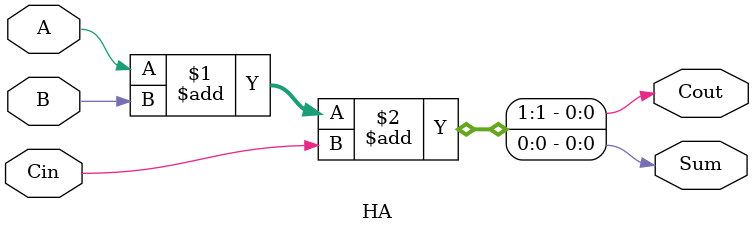
<source format=v>
`timescale 1ns / 1ps


module fourbitaddsub(
input [3:0] A,B ,
output [3:0] S ,
input Cin ,Sub ,
output Cout 
    );
    wire [3:0] bx ;
    wire  cx ;
    wire [2:0] c ;
    assign bx= B^{4{Sub}};
    assign cx =Cin ^Sub ;
    // Instantiation 
    HA ut1(A[0],bx[0],cx,S[0],c[0]);
    HA ut2(A[1],bx[1],c[0],S[1],c[1]);
    HA ut3(A[2],bx[2],c[1],S[2],c[2]);
    HA ut4(A[3],bx[3],c[2],S[3],Cout);
   
endmodule

module HA(A,B,Cin,Sum,Cout);
input A,B,Cin ;
output Sum ,Cout ;
assign {Cout,Sum} = A+B+Cin ;
endmodule

</source>
